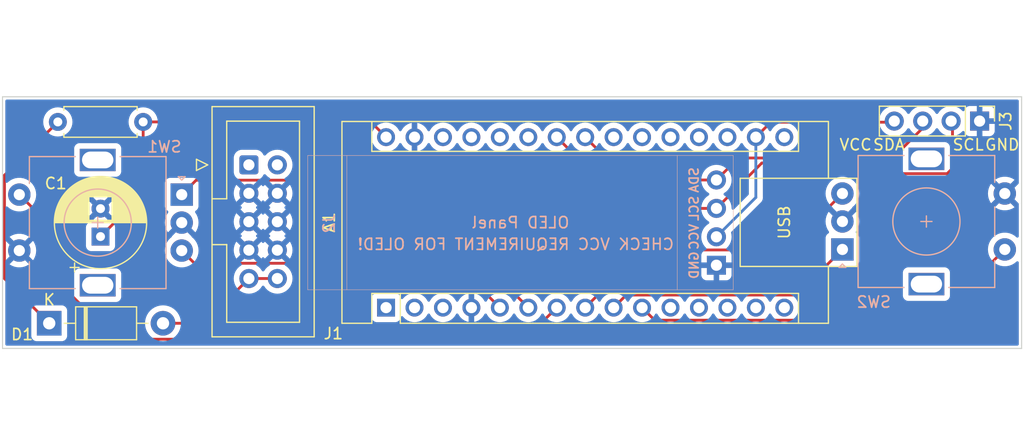
<source format=kicad_pcb>
(kicad_pcb (version 20221018) (generator pcbnew)
  (layers (0 "F.Cu" signal) (31 "B.Cu" signal) (34 "B.Paste" user) (35 "F.Paste" user) (36 "B.SilkS" user "B.Silkscreen") (37 "F.SilkS" user "F.Silkscreen") (38 "B.Mask" user) (39 "F.Mask" user) (44 "Edge.Cuts" user))
  (net 0 "")
  (net 4 "GND")
  (net 5 "Net-(A1-D2)")
  (net 6 "Net-(A1-D3)")
  (net 7 "Net-(A1-D4)")
  (net 8 "Net-(A1-D5)")
  (net 9 "Net-(A1-D6)")
  (net 10 "Net-(A1-D7)")
  (net 17 "Net-(A1-3V3)")
  (net 23 "Net-(A1-SDA{slash}A4)")
  (net 24 "Net-(A1-SCL{slash}A5)")
  (net 29 "Net-(A1-VIN)")
  (net 30 "Net-(D1-K)")
  (net 31 "Net-(D1-A)")
  (footprint "Diode_THT:D_DO-41_SOD81_P10.16mm_Horizontal" (layer "F.Cu") (at 24.32 43.875)
    (fp_text reference "D1" (at -2.42 1) (layer "F.SilkS"))
    (fp_text value "1N5817" hide)
    (fp_text user "K" (at 0 -2.1) (layer "F.SilkS"))
    (fp_line (start 1.34 0) (end 2.36 0) (stroke (width 0.12)) (layer "F.SilkS"))
    (fp_line (start 2.36 -1.47) (end 2.36 1.47) (stroke (width 0.12)) (layer "F.SilkS"))
    (fp_line (start 2.36 1.47) (end 7.8 1.47) (stroke (width 0.12)) (layer "F.SilkS"))
    (fp_line (start 3.14 -1.47) (end 3.14 1.47) (stroke (width 0.12)) (layer "F.SilkS"))
    (fp_line (start 3.26 -1.47) (end 3.26 1.47) (stroke (width 0.12)) (layer "F.SilkS"))
    (fp_line (start 3.38 -1.47) (end 3.38 1.47) (stroke (width 0.12)) (layer "F.SilkS"))
    (fp_line (start 7.8 -1.47) (end 2.36 -1.47) (stroke (width 0.12)) (layer "F.SilkS"))
    (fp_line (start 7.8 1.47) (end 7.8 -1.47) (stroke (width 0.12)) (layer "F.SilkS"))
    (fp_line (start 8.82 0) (end 7.8 0) (stroke (width 0.12)) (layer "F.SilkS"))
    (pad "1" thru_hole rect (at 0 0) (size 2.2 2.2) (drill 1.1) (layers "*.Cu" "*.Mask") (net 30 "Net-(D1-K)"))
    (pad "2" thru_hole oval (at 10.16 0) (size 2.2 2.2) (drill 1.1) (layers "*.Cu" "*.Mask") (net 31 "Net-(D1-A)"))
  )
  (footprint "Connector_PinHeader_2.54mm:PinHeader_1x04_P2.54mm_Vertical" (layer "F.Cu") (at 107.4 25.8 -90)
    (fp_text reference "J3" (at 0 -2.33 90) (layer "F.SilkS"))
    (fp_text value "I2C")
    (fp_line (start -1.33 -1.33) (end 0 -1.33) (stroke (width 0.12)) (layer "F.SilkS"))
    (fp_line (start -1.33 0) (end -1.33 -1.33) (stroke (width 0.12)) (layer "F.SilkS"))
    (fp_line (start -1.33 1.27) (end -1.33 8.95) (stroke (width 0.12)) (layer "F.SilkS"))
    (fp_line (start -1.33 1.27) (end 1.33 1.27) (stroke (width 0.12)) (layer "F.SilkS"))
    (fp_line (start -1.33 8.95) (end 1.33 8.95) (stroke (width 0.12)) (layer "F.SilkS"))
    (fp_line (start 1.33 1.27) (end 1.33 8.95) (stroke (width 0.12)) (layer "F.SilkS"))
    (pad "1" thru_hole rect (at 0 0 270) (size 1.7 1.7) (drill 1) (layers "*.Cu" "*.Mask") (net 4 "GND"))
    (pad "2" thru_hole oval (at 0 2.54 270) (size 1.7 1.7) (drill 1) (layers "*.Cu" "*.Mask") (net 24 "Net-(A1-SCL{slash}A5)"))
    (pad "3" thru_hole oval (at 0 5.08 270) (size 1.7 1.7) (drill 1) (layers "*.Cu" "*.Mask") (net 23 "Net-(A1-SDA{slash}A4)"))
    (pad "4" thru_hole oval (at 0 7.62 270) (size 1.7 1.7) (drill 1) (layers "*.Cu" "*.Mask") (net 17 "Net-(A1-3V3)"))
  )
  (footprint "Connector_IDC:IDC-Header_2x05_P2.54mm_Vertical" (layer "F.Cu") (at 42.15 29.715)
    (fp_text reference "J1" (at 7.54 15.08) (layer "F.SilkS"))
    (fp_text value "Conn_02x05_Odd_Even" hide)
    (fp_line (start -4.68 -0.5) (end -4.68 0.5) (stroke (width 0.12)) (layer "F.SilkS"))
    (fp_line (start -4.68 0.5) (end -3.68 0) (stroke (width 0.12)) (layer "F.SilkS"))
    (fp_line (start -3.68 0) (end -4.68 -0.5) (stroke (width 0.12)) (layer "F.SilkS"))
    (fp_line (start -3.29 -5.21) (end 5.83 -5.21) (stroke (width 0.12)) (layer "F.SilkS"))
    (fp_line (start -3.29 3.03) (end -1.98 3.03) (stroke (width 0.12)) (layer "F.SilkS"))
    (fp_line (start -3.29 15.37) (end -3.29 -5.21) (stroke (width 0.12)) (layer "F.SilkS"))
    (fp_line (start -1.98 -3.91) (end 4.52 -3.91) (stroke (width 0.12)) (layer "F.SilkS"))
    (fp_line (start -1.98 3.03) (end -1.98 -3.91) (stroke (width 0.12)) (layer "F.SilkS"))
    (fp_line (start -1.98 7.13) (end -3.29 7.13) (stroke (width 0.12)) (layer "F.SilkS"))
    (fp_line (start -1.98 7.13) (end -1.98 7.13) (stroke (width 0.12)) (layer "F.SilkS"))
    (fp_line (start -1.98 14.07) (end -1.98 7.13) (stroke (width 0.12)) (layer "F.SilkS"))
    (fp_line (start 4.52 -3.91) (end 4.52 14.07) (stroke (width 0.12)) (layer "F.SilkS"))
    (fp_line (start 4.52 14.07) (end -1.98 14.07) (stroke (width 0.12)) (layer "F.SilkS"))
    (fp_line (start 5.83 -5.21) (end 5.83 15.37) (stroke (width 0.12)) (layer "F.SilkS"))
    (fp_line (start 5.83 15.37) (end -3.29 15.37) (stroke (width 0.12)) (layer "F.SilkS"))
    (pad "1" thru_hole roundrect (at 0 0) (size 1.7 1.7) (drill 1) (layers "*.Cu" "*.Mask") (roundrect_rratio 0.147059))
    (pad "2" thru_hole circle (at 2.54 0) (size 1.7 1.7) (drill 1) (layers "*.Cu" "*.Mask"))
    (pad "3" thru_hole circle (at 0 2.54) (size 1.7 1.7) (drill 1) (layers "*.Cu" "*.Mask") (net 4 "GND"))
    (pad "4" thru_hole circle (at 2.54 2.54) (size 1.7 1.7) (drill 1) (layers "*.Cu" "*.Mask") (net 4 "GND"))
    (pad "5" thru_hole circle (at 0 5.08) (size 1.7 1.7) (drill 1) (layers "*.Cu" "*.Mask") (net 4 "GND"))
    (pad "6" thru_hole circle (at 2.54 5.08) (size 1.7 1.7) (drill 1) (layers "*.Cu" "*.Mask") (net 4 "GND"))
    (pad "7" thru_hole circle (at 0 7.62) (size 1.7 1.7) (drill 1) (layers "*.Cu" "*.Mask") (net 4 "GND"))
    (pad "8" thru_hole circle (at 2.54 7.62) (size 1.7 1.7) (drill 1) (layers "*.Cu" "*.Mask") (net 4 "GND"))
    (pad "9" thru_hole circle (at 0 10.16) (size 1.7 1.7) (drill 1) (layers "*.Cu" "*.Mask") (net 31 "Net-(D1-A)"))
    (pad "10" thru_hole circle (at 2.54 10.16) (size 1.7 1.7) (drill 1) (layers "*.Cu" "*.Mask") (net 31 "Net-(D1-A)"))
  )
  (footprint "Capacitor_THT:CP_Radial_D8.0mm_P2.50mm" (layer "F.Cu") (at 28.9 36.125 90)
    (fp_text reference "C1" (at 4.75 -4) (layer "F.SilkS"))
    (fp_text value "10uF" hide)
    (fp_line (start -3.159698 -2.315) (end -2.359698 -2.315) (stroke (width 0.12)) (layer "F.SilkS"))
    (fp_line (start -2.759698 -2.715) (end -2.759698 -1.915) (stroke (width 0.12)) (layer "F.SilkS"))
    (fp_line (start 1.25 -4.08) (end 1.25 4.08) (stroke (width 0.12)) (layer "F.SilkS"))
    (fp_line (start 1.29 -4.08) (end 1.29 4.08) (stroke (width 0.12)) (layer "F.SilkS"))
    (fp_line (start 1.33 -4.08) (end 1.33 4.08) (stroke (width 0.12)) (layer "F.SilkS"))
    (fp_line (start 1.37 -4.079) (end 1.37 4.079) (stroke (width 0.12)) (layer "F.SilkS"))
    (fp_line (start 1.41 -4.077) (end 1.41 4.077) (stroke (width 0.12)) (layer "F.SilkS"))
    (fp_line (start 1.45 -4.076) (end 1.45 4.076) (stroke (width 0.12)) (layer "F.SilkS"))
    (fp_line (start 1.49 -4.074) (end 1.49 -1.04) (stroke (width 0.12)) (layer "F.SilkS"))
    (fp_line (start 1.49 1.04) (end 1.49 4.074) (stroke (width 0.12)) (layer "F.SilkS"))
    (fp_line (start 1.53 -4.071) (end 1.53 -1.04) (stroke (width 0.12)) (layer "F.SilkS"))
    (fp_line (start 1.53 1.04) (end 1.53 4.071) (stroke (width 0.12)) (layer "F.SilkS"))
    (fp_line (start 1.57 -4.068) (end 1.57 -1.04) (stroke (width 0.12)) (layer "F.SilkS"))
    (fp_line (start 1.57 1.04) (end 1.57 4.068) (stroke (width 0.12)) (layer "F.SilkS"))
    (fp_line (start 1.61 -4.065) (end 1.61 -1.04) (stroke (width 0.12)) (layer "F.SilkS"))
    (fp_line (start 1.61 1.04) (end 1.61 4.065) (stroke (width 0.12)) (layer "F.SilkS"))
    (fp_line (start 1.65 -4.061) (end 1.65 -1.04) (stroke (width 0.12)) (layer "F.SilkS"))
    (fp_line (start 1.65 1.04) (end 1.65 4.061) (stroke (width 0.12)) (layer "F.SilkS"))
    (fp_line (start 1.69 -4.057) (end 1.69 -1.04) (stroke (width 0.12)) (layer "F.SilkS"))
    (fp_line (start 1.69 1.04) (end 1.69 4.057) (stroke (width 0.12)) (layer "F.SilkS"))
    (fp_line (start 1.73 -4.052) (end 1.73 -1.04) (stroke (width 0.12)) (layer "F.SilkS"))
    (fp_line (start 1.73 1.04) (end 1.73 4.052) (stroke (width 0.12)) (layer "F.SilkS"))
    (fp_line (start 1.77 -4.048) (end 1.77 -1.04) (stroke (width 0.12)) (layer "F.SilkS"))
    (fp_line (start 1.77 1.04) (end 1.77 4.048) (stroke (width 0.12)) (layer "F.SilkS"))
    (fp_line (start 1.81 -4.042) (end 1.81 -1.04) (stroke (width 0.12)) (layer "F.SilkS"))
    (fp_line (start 1.81 1.04) (end 1.81 4.042) (stroke (width 0.12)) (layer "F.SilkS"))
    (fp_line (start 1.85 -4.037) (end 1.85 -1.04) (stroke (width 0.12)) (layer "F.SilkS"))
    (fp_line (start 1.85 1.04) (end 1.85 4.037) (stroke (width 0.12)) (layer "F.SilkS"))
    (fp_line (start 1.89 -4.03) (end 1.89 -1.04) (stroke (width 0.12)) (layer "F.SilkS"))
    (fp_line (start 1.89 1.04) (end 1.89 4.03) (stroke (width 0.12)) (layer "F.SilkS"))
    (fp_line (start 1.93 -4.024) (end 1.93 -1.04) (stroke (width 0.12)) (layer "F.SilkS"))
    (fp_line (start 1.93 1.04) (end 1.93 4.024) (stroke (width 0.12)) (layer "F.SilkS"))
    (fp_line (start 1.971 -4.017) (end 1.971 -1.04) (stroke (width 0.12)) (layer "F.SilkS"))
    (fp_line (start 1.971 1.04) (end 1.971 4.017) (stroke (width 0.12)) (layer "F.SilkS"))
    (fp_line (start 2.011 -4.01) (end 2.011 -1.04) (stroke (width 0.12)) (layer "F.SilkS"))
    (fp_line (start 2.011 1.04) (end 2.011 4.01) (stroke (width 0.12)) (layer "F.SilkS"))
    (fp_line (start 2.051 -4.002) (end 2.051 -1.04) (stroke (width 0.12)) (layer "F.SilkS"))
    (fp_line (start 2.051 1.04) (end 2.051 4.002) (stroke (width 0.12)) (layer "F.SilkS"))
    (fp_line (start 2.091 -3.994) (end 2.091 -1.04) (stroke (width 0.12)) (layer "F.SilkS"))
    (fp_line (start 2.091 1.04) (end 2.091 3.994) (stroke (width 0.12)) (layer "F.SilkS"))
    (fp_line (start 2.131 -3.985) (end 2.131 -1.04) (stroke (width 0.12)) (layer "F.SilkS"))
    (fp_line (start 2.131 1.04) (end 2.131 3.985) (stroke (width 0.12)) (layer "F.SilkS"))
    (fp_line (start 2.171 -3.976) (end 2.171 -1.04) (stroke (width 0.12)) (layer "F.SilkS"))
    (fp_line (start 2.171 1.04) (end 2.171 3.976) (stroke (width 0.12)) (layer "F.SilkS"))
    (fp_line (start 2.211 -3.967) (end 2.211 -1.04) (stroke (width 0.12)) (layer "F.SilkS"))
    (fp_line (start 2.211 1.04) (end 2.211 3.967) (stroke (width 0.12)) (layer "F.SilkS"))
    (fp_line (start 2.251 -3.957) (end 2.251 -1.04) (stroke (width 0.12)) (layer "F.SilkS"))
    (fp_line (start 2.251 1.04) (end 2.251 3.957) (stroke (width 0.12)) (layer "F.SilkS"))
    (fp_line (start 2.291 -3.947) (end 2.291 -1.04) (stroke (width 0.12)) (layer "F.SilkS"))
    (fp_line (start 2.291 1.04) (end 2.291 3.947) (stroke (width 0.12)) (layer "F.SilkS"))
    (fp_line (start 2.331 -3.936) (end 2.331 -1.04) (stroke (width 0.12)) (layer "F.SilkS"))
    (fp_line (start 2.331 1.04) (end 2.331 3.936) (stroke (width 0.12)) (layer "F.SilkS"))
    (fp_line (start 2.371 -3.925) (end 2.371 -1.04) (stroke (width 0.12)) (layer "F.SilkS"))
    (fp_line (start 2.371 1.04) (end 2.371 3.925) (stroke (width 0.12)) (layer "F.SilkS"))
    (fp_line (start 2.411 -3.914) (end 2.411 -1.04) (stroke (width 0.12)) (layer "F.SilkS"))
    (fp_line (start 2.411 1.04) (end 2.411 3.914) (stroke (width 0.12)) (layer "F.SilkS"))
    (fp_line (start 2.451 -3.902) (end 2.451 -1.04) (stroke (width 0.12)) (layer "F.SilkS"))
    (fp_line (start 2.451 1.04) (end 2.451 3.902) (stroke (width 0.12)) (layer "F.SilkS"))
    (fp_line (start 2.491 -3.889) (end 2.491 -1.04) (stroke (width 0.12)) (layer "F.SilkS"))
    (fp_line (start 2.491 1.04) (end 2.491 3.889) (stroke (width 0.12)) (layer "F.SilkS"))
    (fp_line (start 2.531 -3.877) (end 2.531 -1.04) (stroke (width 0.12)) (layer "F.SilkS"))
    (fp_line (start 2.531 1.04) (end 2.531 3.877) (stroke (width 0.12)) (layer "F.SilkS"))
    (fp_line (start 2.571 -3.863) (end 2.571 -1.04) (stroke (width 0.12)) (layer "F.SilkS"))
    (fp_line (start 2.571 1.04) (end 2.571 3.863) (stroke (width 0.12)) (layer "F.SilkS"))
    (fp_line (start 2.611 -3.85) (end 2.611 -1.04) (stroke (width 0.12)) (layer "F.SilkS"))
    (fp_line (start 2.611 1.04) (end 2.611 3.85) (stroke (width 0.12)) (layer "F.SilkS"))
    (fp_line (start 2.651 -3.835) (end 2.651 -1.04) (stroke (width 0.12)) (layer "F.SilkS"))
    (fp_line (start 2.651 1.04) (end 2.651 3.835) (stroke (width 0.12)) (layer "F.SilkS"))
    (fp_line (start 2.691 -3.821) (end 2.691 -1.04) (stroke (width 0.12)) (layer "F.SilkS"))
    (fp_line (start 2.691 1.04) (end 2.691 3.821) (stroke (width 0.12)) (layer "F.SilkS"))
    (fp_line (start 2.731 -3.805) (end 2.731 -1.04) (stroke (width 0.12)) (layer "F.SilkS"))
    (fp_line (start 2.731 1.04) (end 2.731 3.805) (stroke (width 0.12)) (layer "F.SilkS"))
    (fp_line (start 2.771 -3.79) (end 2.771 -1.04) (stroke (width 0.12)) (layer "F.SilkS"))
    (fp_line (start 2.771 1.04) (end 2.771 3.79) (stroke (width 0.12)) (layer "F.SilkS"))
    (fp_line (start 2.811 -3.774) (end 2.811 -1.04) (stroke (width 0.12)) (layer "F.SilkS"))
    (fp_line (start 2.811 1.04) (end 2.811 3.774) (stroke (width 0.12)) (layer "F.SilkS"))
    (fp_line (start 2.851 -3.757) (end 2.851 -1.04) (stroke (width 0.12)) (layer "F.SilkS"))
    (fp_line (start 2.851 1.04) (end 2.851 3.757) (stroke (width 0.12)) (layer "F.SilkS"))
    (fp_line (start 2.891 -3.74) (end 2.891 -1.04) (stroke (width 0.12)) (layer "F.SilkS"))
    (fp_line (start 2.891 1.04) (end 2.891 3.74) (stroke (width 0.12)) (layer "F.SilkS"))
    (fp_line (start 2.931 -3.722) (end 2.931 -1.04) (stroke (width 0.12)) (layer "F.SilkS"))
    (fp_line (start 2.931 1.04) (end 2.931 3.722) (stroke (width 0.12)) (layer "F.SilkS"))
    (fp_line (start 2.971 -3.704) (end 2.971 -1.04) (stroke (width 0.12)) (layer "F.SilkS"))
    (fp_line (start 2.971 1.04) (end 2.971 3.704) (stroke (width 0.12)) (layer "F.SilkS"))
    (fp_line (start 3.011 -3.686) (end 3.011 -1.04) (stroke (width 0.12)) (layer "F.SilkS"))
    (fp_line (start 3.011 1.04) (end 3.011 3.686) (stroke (width 0.12)) (layer "F.SilkS"))
    (fp_line (start 3.051 -3.666) (end 3.051 -1.04) (stroke (width 0.12)) (layer "F.SilkS"))
    (fp_line (start 3.051 1.04) (end 3.051 3.666) (stroke (width 0.12)) (layer "F.SilkS"))
    (fp_line (start 3.091 -3.647) (end 3.091 -1.04) (stroke (width 0.12)) (layer "F.SilkS"))
    (fp_line (start 3.091 1.04) (end 3.091 3.647) (stroke (width 0.12)) (layer "F.SilkS"))
    (fp_line (start 3.131 -3.627) (end 3.131 -1.04) (stroke (width 0.12)) (layer "F.SilkS"))
    (fp_line (start 3.131 1.04) (end 3.131 3.627) (stroke (width 0.12)) (layer "F.SilkS"))
    (fp_line (start 3.171 -3.606) (end 3.171 -1.04) (stroke (width 0.12)) (layer "F.SilkS"))
    (fp_line (start 3.171 1.04) (end 3.171 3.606) (stroke (width 0.12)) (layer "F.SilkS"))
    (fp_line (start 3.211 -3.584) (end 3.211 -1.04) (stroke (width 0.12)) (layer "F.SilkS"))
    (fp_line (start 3.211 1.04) (end 3.211 3.584) (stroke (width 0.12)) (layer "F.SilkS"))
    (fp_line (start 3.251 -3.562) (end 3.251 -1.04) (stroke (width 0.12)) (layer "F.SilkS"))
    (fp_line (start 3.251 1.04) (end 3.251 3.562) (stroke (width 0.12)) (layer "F.SilkS"))
    (fp_line (start 3.291 -3.54) (end 3.291 -1.04) (stroke (width 0.12)) (layer "F.SilkS"))
    (fp_line (start 3.291 1.04) (end 3.291 3.54) (stroke (width 0.12)) (layer "F.SilkS"))
    (fp_line (start 3.331 -3.517) (end 3.331 -1.04) (stroke (width 0.12)) (layer "F.SilkS"))
    (fp_line (start 3.331 1.04) (end 3.331 3.517) (stroke (width 0.12)) (layer "F.SilkS"))
    (fp_line (start 3.371 -3.493) (end 3.371 -1.04) (stroke (width 0.12)) (layer "F.SilkS"))
    (fp_line (start 3.371 1.04) (end 3.371 3.493) (stroke (width 0.12)) (layer "F.SilkS"))
    (fp_line (start 3.411 -3.469) (end 3.411 -1.04) (stroke (width 0.12)) (layer "F.SilkS"))
    (fp_line (start 3.411 1.04) (end 3.411 3.469) (stroke (width 0.12)) (layer "F.SilkS"))
    (fp_line (start 3.451 -3.444) (end 3.451 -1.04) (stroke (width 0.12)) (layer "F.SilkS"))
    (fp_line (start 3.451 1.04) (end 3.451 3.444) (stroke (width 0.12)) (layer "F.SilkS"))
    (fp_line (start 3.491 -3.418) (end 3.491 -1.04) (stroke (width 0.12)) (layer "F.SilkS"))
    (fp_line (start 3.491 1.04) (end 3.491 3.418) (stroke (width 0.12)) (layer "F.SilkS"))
    (fp_line (start 3.531 -3.392) (end 3.531 -1.04) (stroke (width 0.12)) (layer "F.SilkS"))
    (fp_line (start 3.531 1.04) (end 3.531 3.392) (stroke (width 0.12)) (layer "F.SilkS"))
    (fp_line (start 3.571 -3.365) (end 3.571 3.365) (stroke (width 0.12)) (layer "F.SilkS"))
    (fp_line (start 3.611 -3.338) (end 3.611 3.338) (stroke (width 0.12)) (layer "F.SilkS"))
    (fp_line (start 3.651 -3.309) (end 3.651 3.309) (stroke (width 0.12)) (layer "F.SilkS"))
    (fp_line (start 3.691 -3.28) (end 3.691 3.28) (stroke (width 0.12)) (layer "F.SilkS"))
    (fp_line (start 3.731 -3.25) (end 3.731 3.25) (stroke (width 0.12)) (layer "F.SilkS"))
    (fp_line (start 3.771 -3.22) (end 3.771 3.22) (stroke (width 0.12)) (layer "F.SilkS"))
    (fp_line (start 3.811 -3.189) (end 3.811 3.189) (stroke (width 0.12)) (layer "F.SilkS"))
    (fp_line (start 3.851 -3.156) (end 3.851 3.156) (stroke (width 0.12)) (layer "F.SilkS"))
    (fp_line (start 3.891 -3.124) (end 3.891 3.124) (stroke (width 0.12)) (layer "F.SilkS"))
    (fp_line (start 3.931 -3.09) (end 3.931 3.09) (stroke (width 0.12)) (layer "F.SilkS"))
    (fp_line (start 3.971 -3.055) (end 3.971 3.055) (stroke (width 0.12)) (layer "F.SilkS"))
    (fp_line (start 4.011 -3.019) (end 4.011 3.019) (stroke (width 0.12)) (layer "F.SilkS"))
    (fp_line (start 4.051 -2.983) (end 4.051 2.983) (stroke (width 0.12)) (layer "F.SilkS"))
    (fp_line (start 4.091 -2.945) (end 4.091 2.945) (stroke (width 0.12)) (layer "F.SilkS"))
    (fp_line (start 4.131 -2.907) (end 4.131 2.907) (stroke (width 0.12)) (layer "F.SilkS"))
    (fp_line (start 4.171 -2.867) (end 4.171 2.867) (stroke (width 0.12)) (layer "F.SilkS"))
    (fp_line (start 4.211 -2.826) (end 4.211 2.826) (stroke (width 0.12)) (layer "F.SilkS"))
    (fp_line (start 4.251 -2.784) (end 4.251 2.784) (stroke (width 0.12)) (layer "F.SilkS"))
    (fp_line (start 4.291 -2.741) (end 4.291 2.741) (stroke (width 0.12)) (layer "F.SilkS"))
    (fp_line (start 4.331 -2.697) (end 4.331 2.697) (stroke (width 0.12)) (layer "F.SilkS"))
    (fp_line (start 4.371 -2.651) (end 4.371 2.651) (stroke (width 0.12)) (layer "F.SilkS"))
    (fp_line (start 4.411 -2.604) (end 4.411 2.604) (stroke (width 0.12)) (layer "F.SilkS"))
    (fp_line (start 4.451 -2.556) (end 4.451 2.556) (stroke (width 0.12)) (layer "F.SilkS"))
    (fp_line (start 4.491 -2.505) (end 4.491 2.505) (stroke (width 0.12)) (layer "F.SilkS"))
    (fp_line (start 4.531 -2.454) (end 4.531 2.454) (stroke (width 0.12)) (layer "F.SilkS"))
    (fp_line (start 4.571 -2.4) (end 4.571 2.4) (stroke (width 0.12)) (layer "F.SilkS"))
    (fp_line (start 4.611 -2.345) (end 4.611 2.345) (stroke (width 0.12)) (layer "F.SilkS"))
    (fp_line (start 4.651 -2.287) (end 4.651 2.287) (stroke (width 0.12)) (layer "F.SilkS"))
    (fp_line (start 4.691 -2.228) (end 4.691 2.228) (stroke (width 0.12)) (layer "F.SilkS"))
    (fp_line (start 4.731 -2.166) (end 4.731 2.166) (stroke (width 0.12)) (layer "F.SilkS"))
    (fp_line (start 4.771 -2.102) (end 4.771 2.102) (stroke (width 0.12)) (layer "F.SilkS"))
    (fp_line (start 4.811 -2.034) (end 4.811 2.034) (stroke (width 0.12)) (layer "F.SilkS"))
    (fp_line (start 4.851 -1.964) (end 4.851 1.964) (stroke (width 0.12)) (layer "F.SilkS"))
    (fp_line (start 4.891 -1.89) (end 4.891 1.89) (stroke (width 0.12)) (layer "F.SilkS"))
    (fp_line (start 4.931 -1.813) (end 4.931 1.813) (stroke (width 0.12)) (layer "F.SilkS"))
    (fp_line (start 4.971 -1.731) (end 4.971 1.731) (stroke (width 0.12)) (layer "F.SilkS"))
    (fp_line (start 5.011 -1.645) (end 5.011 1.645) (stroke (width 0.12)) (layer "F.SilkS"))
    (fp_line (start 5.051 -1.552) (end 5.051 1.552) (stroke (width 0.12)) (layer "F.SilkS"))
    (fp_line (start 5.091 -1.453) (end 5.091 1.453) (stroke (width 0.12)) (layer "F.SilkS"))
    (fp_line (start 5.131 -1.346) (end 5.131 1.346) (stroke (width 0.12)) (layer "F.SilkS"))
    (fp_line (start 5.171 -1.229) (end 5.171 1.229) (stroke (width 0.12)) (layer "F.SilkS"))
    (fp_line (start 5.211 -1.098) (end 5.211 1.098) (stroke (width 0.12)) (layer "F.SilkS"))
    (fp_line (start 5.251 -0.948) (end 5.251 0.948) (stroke (width 0.12)) (layer "F.SilkS"))
    (fp_line (start 5.291 -0.768) (end 5.291 0.768) (stroke (width 0.12)) (layer "F.SilkS"))
    (fp_line (start 5.331 -0.533) (end 5.331 0.533) (stroke (width 0.12)) (layer "F.SilkS"))
    (fp_circle (center 1.25 0) (end 5.37 0) (stroke (width 0.12)) (fill none) (layer "F.SilkS"))
    (pad "1" thru_hole rect (at 0 0 90) (size 1.6 1.6) (drill 0.8) (layers "*.Cu" "*.Mask") (net 29 "Net-(A1-VIN)"))
    (pad "2" thru_hole circle (at 2.5 0 90) (size 1.6 1.6) (drill 0.8) (layers "*.Cu" "*.Mask") (net 4 "GND"))
  )
  (footprint "Resistor_THT:R_Axial_DIN0207_L6.3mm_D2.5mm_P7.62mm_Horizontal" (layer "F.Cu") (at 25.09 25.875)
    (fp_text reference "FB1" hide)
    (fp_text value "Bead")
    (fp_line (start 0.54 -1.37) (end 7.08 -1.37) (stroke (width 0.12)) (layer "F.SilkS"))
    (fp_line (start 0.54 -1.04) (end 0.54 -1.37) (stroke (width 0.12)) (layer "F.SilkS"))
    (fp_line (start 0.54 1.04) (end 0.54 1.37) (stroke (width 0.12)) (layer "F.SilkS"))
    (fp_line (start 0.54 1.37) (end 7.08 1.37) (stroke (width 0.12)) (layer "F.SilkS"))
    (fp_line (start 7.08 -1.37) (end 7.08 -1.04) (stroke (width 0.12)) (layer "F.SilkS"))
    (fp_line (start 7.08 1.37) (end 7.08 1.04) (stroke (width 0.12)) (layer "F.SilkS"))
    (pad "1" thru_hole circle (at 0 0) (size 1.6 1.6) (drill 0.8) (layers "*.Cu" "*.Mask") (net 30 "Net-(D1-K)"))
    (pad "2" thru_hole oval (at 7.62 0) (size 1.6 1.6) (drill 0.8) (layers "*.Cu" "*.Mask") (net 29 "Net-(A1-VIN)"))
  )
  (footprint "Module:Arduino_Nano" (layer "F.Cu") (at 54.4 42.475 90)
    (fp_text reference "A1" (at 7.62 -5.08 90) (layer "F.SilkS"))
    (fp_text value "Arduino_Nano_Every")
    (fp_text user "USB" (at 7.62 35.56 90 unlocked) (layer "F.SilkS"))
    (fp_line (start -1.4 -3.94) (end -1.4 -1.27) (stroke (width 0.12)) (layer "F.SilkS"))
    (fp_line (start -1.4 1.27) (end -1.4 39.5) (stroke (width 0.12)) (layer "F.SilkS"))
    (fp_line (start -1.4 39.5) (end 3.68 39.5) (stroke (width 0.12)) (layer "F.SilkS"))
    (fp_line (start 1.27 -1.27) (end -1.4 -1.27) (stroke (width 0.12)) (layer "F.SilkS"))
    (fp_line (start 1.27 1.27) (end -1.4 1.27) (stroke (width 0.12)) (layer "F.SilkS"))
    (fp_line (start 1.27 1.27) (end 1.27 -1.27) (stroke (width 0.12)) (layer "F.SilkS"))
    (fp_line (start 1.27 1.27) (end 1.27 36.83) (stroke (width 0.12)) (layer "F.SilkS"))
    (fp_line (start 1.27 36.83) (end -1.4 36.83) (stroke (width 0.12)) (layer "F.SilkS"))
    (fp_line (start 3.68 31.62) (end 11.56 31.62) (stroke (width 0.12)) (layer "F.SilkS"))
    (fp_line (start 3.68 42.04) (end 3.68 31.62) (stroke (width 0.12)) (layer "F.SilkS"))
    (fp_line (start 11.56 31.62) (end 11.56 42.04) (stroke (width 0.12)) (layer "F.SilkS"))
    (fp_line (start 11.56 42.04) (end 3.68 42.04) (stroke (width 0.12)) (layer "F.SilkS"))
    (fp_line (start 13.97 -1.27) (end 13.97 36.83) (stroke (width 0.12)) (layer "F.SilkS"))
    (fp_line (start 13.97 -1.27) (end 16.64 -1.27) (stroke (width 0.12)) (layer "F.SilkS"))
    (fp_line (start 13.97 36.83) (end 16.64 36.83) (stroke (width 0.12)) (layer "F.SilkS"))
    (fp_line (start 16.64 -3.94) (end -1.4 -3.94) (stroke (width 0.12)) (layer "F.SilkS"))
    (fp_line (start 16.64 39.5) (end 11.56 39.5) (stroke (width 0.12)) (layer "F.SilkS"))
    (fp_line (start 16.64 39.5) (end 16.64 -3.94) (stroke (width 0.12)) (layer "F.SilkS"))
    (pad "1" thru_hole rect (at 0 0 90) (size 1.6 1.6) (drill 1) (layers "*.Cu" "*.Mask"))
    (pad "2" thru_hole oval (at 0 2.54 90) (size 1.6 1.6) (drill 1) (layers "*.Cu" "*.Mask"))
    (pad "3" thru_hole oval (at 0 5.08 90) (size 1.6 1.6) (drill 1) (layers "*.Cu" "*.Mask"))
    (pad "4" thru_hole oval (at 0 7.62 90) (size 1.6 1.6) (drill 1) (layers "*.Cu" "*.Mask") (net 4 "GND"))
    (pad "5" thru_hole oval (at 0 10.16 90) (size 1.6 1.6) (drill 1) (layers "*.Cu" "*.Mask") (net 5 "Net-(A1-D2)"))
    (pad "6" thru_hole oval (at 0 12.7 90) (size 1.6 1.6) (drill 1) (layers "*.Cu" "*.Mask") (net 6 "Net-(A1-D3)"))
    (pad "7" thru_hole oval (at 0 15.24 90) (size 1.6 1.6) (drill 1) (layers "*.Cu" "*.Mask") (net 7 "Net-(A1-D4)"))
    (pad "8" thru_hole oval (at 0 17.78 90) (size 1.6 1.6) (drill 1) (layers "*.Cu" "*.Mask") (net 8 "Net-(A1-D5)"))
    (pad "9" thru_hole oval (at 0 20.32 90) (size 1.6 1.6) (drill 1) (layers "*.Cu" "*.Mask") (net 9 "Net-(A1-D6)"))
    (pad "10" thru_hole oval (at 0 22.86 90) (size 1.6 1.6) (drill 1) (layers "*.Cu" "*.Mask") (net 10 "Net-(A1-D7)"))
    (pad "11" thru_hole oval (at 0 25.4 90) (size 1.6 1.6) (drill 1) (layers "*.Cu" "*.Mask"))
    (pad "12" thru_hole oval (at 0 27.94 90) (size 1.6 1.6) (drill 1) (layers "*.Cu" "*.Mask"))
    (pad "13" thru_hole oval (at 0 30.48 90) (size 1.6 1.6) (drill 1) (layers "*.Cu" "*.Mask"))
    (pad "14" thru_hole oval (at 0 33.02 90) (size 1.6 1.6) (drill 1) (layers "*.Cu" "*.Mask"))
    (pad "15" thru_hole oval (at 0 35.56 90) (size 1.6 1.6) (drill 1) (layers "*.Cu" "*.Mask"))
    (pad "16" thru_hole oval (at 15.24 35.56 90) (size 1.6 1.6) (drill 1) (layers "*.Cu" "*.Mask"))
    (pad "17" thru_hole oval (at 15.24 33.02 90) (size 1.6 1.6) (drill 1) (layers "*.Cu" "*.Mask") (net 17 "Net-(A1-3V3)"))
    (pad "18" thru_hole oval (at 15.24 30.48 90) (size 1.6 1.6) (drill 1) (layers "*.Cu" "*.Mask"))
    (pad "19" thru_hole oval (at 15.24 27.94 90) (size 1.6 1.6) (drill 1) (layers "*.Cu" "*.Mask"))
    (pad "20" thru_hole oval (at 15.24 25.4 90) (size 1.6 1.6) (drill 1) (layers "*.Cu" "*.Mask"))
    (pad "21" thru_hole oval (at 15.24 22.86 90) (size 1.6 1.6) (drill 1) (layers "*.Cu" "*.Mask"))
    (pad "22" thru_hole oval (at 15.24 20.32 90) (size 1.6 1.6) (drill 1) (layers "*.Cu" "*.Mask"))
    (pad "23" thru_hole oval (at 15.24 17.78 90) (size 1.6 1.6) (drill 1) (layers "*.Cu" "*.Mask") (net 23 "Net-(A1-SDA{slash}A4)"))
    (pad "24" thru_hole oval (at 15.24 15.24 90) (size 1.6 1.6) (drill 1) (layers "*.Cu" "*.Mask") (net 24 "Net-(A1-SCL{slash}A5)"))
    (pad "25" thru_hole oval (at 15.24 12.7 90) (size 1.6 1.6) (drill 1) (layers "*.Cu" "*.Mask"))
    (pad "26" thru_hole oval (at 15.24 10.16 90) (size 1.6 1.6) (drill 1) (layers "*.Cu" "*.Mask"))
    (pad "27" thru_hole oval (at 15.24 7.62 90) (size 1.6 1.6) (drill 1) (layers "*.Cu" "*.Mask"))
    (pad "28" thru_hole oval (at 15.24 5.08 90) (size 1.6 1.6) (drill 1) (layers "*.Cu" "*.Mask"))
    (pad "29" thru_hole oval (at 15.24 2.54 90) (size 1.6 1.6) (drill 1) (layers "*.Cu" "*.Mask") (net 4 "GND"))
    (pad "30" thru_hole oval (at 15.24 0 90) (size 1.6 1.6) (drill 1) (layers "*.Cu" "*.Mask") (net 29 "Net-(A1-VIN)"))
  )
  (footprint "Audiojacks:SSD1306-0.91-OLED-4pin-128x32" (layer "B.Cu") (at 47.4 40.875)
    (fp_text reference "J2" (at 1.9 -5.91 90) (layer "B.SilkS") (effects (justify mirror)))
    (fp_text value "OLED")
    (fp_text user "SDA" (at 34.5 -9.81 90) (layer "B.SilkS") (effects (font (size 0.8 0.8)) (justify mirror)))
    (fp_text user "OLED Panel" (at 19 -6) (layer "B.SilkS") (effects (justify mirror)))
    (fp_text user "VCC" (at 34.5 -4.73 90) (layer "B.SilkS") (effects (font (size 0.8 0.8)) (justify mirror)))
    (fp_text user "SCL" (at 34.5 -7.27 90) (layer "B.SilkS") (effects (font (size 0.8 0.8)) (justify mirror)))
    (fp_text user "GND" (at 34.5 -2.19 90) (layer "B.SilkS") (effects (font (size 0.8 0.8)) (justify mirror)))
    (fp_line (start 0 -12) (end 38 -12) (stroke (width 0.04)) (layer "B.SilkS"))
    (fp_line (start 0 0) (end 0 -12) (stroke (width 0.04)) (layer "B.SilkS"))
    (fp_line (start 3.5 0) (end 3.5 -12) (stroke (width 0.04)) (layer "B.SilkS"))
    (fp_line (start 33 0) (end 33 -12) (stroke (width 0.04)) (layer "B.SilkS"))
    (fp_line (start 38 -12) (end 38 0) (stroke (width 0.04)) (layer "B.SilkS"))
    (fp_line (start 38 0) (end 0 0) (stroke (width 0.04)) (layer "B.SilkS"))
    (pad "1" thru_hole rect (at 36.5 -2.19) (size 1.7 1.7) (drill 1) (layers "*.Cu" "*.Mask") (net 4 "GND"))
    (pad "2" thru_hole oval (at 36.5 -4.73) (size 1.7 1.7) (drill 1) (layers "*.Cu" "*.Mask") (net 17 "Net-(A1-3V3)"))
    (pad "3" thru_hole oval (at 36.5 -7.27) (size 1.7 1.7) (drill 1) (layers "*.Cu" "*.Mask") (net 24 "Net-(A1-SCL{slash}A5)"))
    (pad "4" thru_hole oval (at 36.5 -9.81) (size 1.7 1.7) (drill 1) (layers "*.Cu" "*.Mask") (net 23 "Net-(A1-SDA{slash}A4)"))
  )
  (footprint "Rotary_Encoder:RotaryEncoder_Alps_EC11E-Switch_Vertical_H20mm" (layer "B.Cu") (at 36.15 32.375 180)
    (fp_text reference "SW1" (at 1.55 4.275) (layer "B.SilkS") (effects (justify mirror)))
    (fp_text value "Right_encoder")
    (fp_line (start -0.3 1.6) (end 0.3 1.6) (stroke (width 0.12)) (layer "B.SilkS"))
    (fp_line (start 0 1.3) (end -0.3 1.6) (stroke (width 0.12)) (layer "B.SilkS"))
    (fp_line (start 0.3 1.6) (end 0 1.3) (stroke (width 0.12)) (layer "B.SilkS"))
    (fp_line (start 1.4 3.4) (end 1.4 -8.4) (stroke (width 0.12)) (layer "B.SilkS"))
    (fp_line (start 5.5 -8.4) (end 1.4 -8.4) (stroke (width 0.12)) (layer "B.SilkS"))
    (fp_line (start 5.5 3.4) (end 1.4 3.4) (stroke (width 0.12)) (layer "B.SilkS"))
    (fp_line (start 7 -2.5) (end 8 -2.5) (stroke (width 0.12)) (layer "B.SilkS"))
    (fp_line (start 7.5 -2) (end 7.5 -3) (stroke (width 0.12)) (layer "B.SilkS"))
    (fp_line (start 9.5 3.4) (end 13.6 3.4) (stroke (width 0.12)) (layer "B.SilkS"))
    (fp_line (start 13.6 -8.4) (end 9.5 -8.4) (stroke (width 0.12)) (layer "B.SilkS"))
    (fp_line (start 13.6 -6) (end 13.6 -8.4) (stroke (width 0.12)) (layer "B.SilkS"))
    (fp_line (start 13.6 -1.2) (end 13.6 -3.8) (stroke (width 0.12)) (layer "B.SilkS"))
    (fp_line (start 13.6 3.4) (end 13.6 1) (stroke (width 0.12)) (layer "B.SilkS"))
    (fp_circle (center 7.5 -2.5) (end 10.5 -2.5) (stroke (width 0.12)) (fill none) (layer "B.SilkS"))
    (pad "A" thru_hole rect (at 0 0 180) (size 2 2) (drill 1) (layers "*.Cu" "*.Mask") (net 6 "Net-(A1-D3)"))
    (pad "B" thru_hole circle (at 0 -5 180) (size 2 2) (drill 1) (layers "*.Cu" "*.Mask") (net 5 "Net-(A1-D2)"))
    (pad "C" thru_hole circle (at 0 -2.5 180) (size 2 2) (drill 1) (layers "*.Cu" "*.Mask") (net 4 "GND"))
    (pad "MP" thru_hole rect (at 7.5 -8.1 180) (size 3.2 2) (drill oval 2.8 1.5) (layers "*.Cu" "*.Mask"))
    (pad "MP" thru_hole rect (at 7.5 3.1 180) (size 3.2 2) (drill oval 2.8 1.5) (layers "*.Cu" "*.Mask"))
    (pad "S1" thru_hole circle (at 14.5 -5 180) (size 2 2) (drill 1) (layers "*.Cu" "*.Mask") (net 4 "GND"))
    (pad "S2" thru_hole circle (at 14.5 0 180) (size 2 2) (drill 1) (layers "*.Cu" "*.Mask") (net 7 "Net-(A1-D4)"))
  )
  (footprint "Rotary_Encoder:RotaryEncoder_Alps_EC11E-Switch_Vertical_H20mm" (layer "B.Cu") (at 95.15 37.275)
    (fp_text reference "SW2" (at 2.8 4.7) (layer "B.SilkS") (effects (justify mirror)))
    (fp_text value "Left_encoder")
    (fp_line (start -0.3 1.6) (end 0.3 1.6) (stroke (width 0.12)) (layer "B.SilkS"))
    (fp_line (start 0 1.3) (end -0.3 1.6) (stroke (width 0.12)) (layer "B.SilkS"))
    (fp_line (start 0.3 1.6) (end 0 1.3) (stroke (width 0.12)) (layer "B.SilkS"))
    (fp_line (start 1.4 3.4) (end 1.4 -8.4) (stroke (width 0.12)) (layer "B.SilkS"))
    (fp_line (start 5.5 -8.4) (end 1.4 -8.4) (stroke (width 0.12)) (layer "B.SilkS"))
    (fp_line (start 5.5 3.4) (end 1.4 3.4) (stroke (width 0.12)) (layer "B.SilkS"))
    (fp_line (start 7 -2.5) (end 8 -2.5) (stroke (width 0.12)) (layer "B.SilkS"))
    (fp_line (start 7.5 -2) (end 7.5 -3) (stroke (width 0.12)) (layer "B.SilkS"))
    (fp_line (start 9.5 3.4) (end 13.6 3.4) (stroke (width 0.12)) (layer "B.SilkS"))
    (fp_line (start 13.6 -8.4) (end 9.5 -8.4) (stroke (width 0.12)) (layer "B.SilkS"))
    (fp_line (start 13.6 -6) (end 13.6 -8.4) (stroke (width 0.12)) (layer "B.SilkS"))
    (fp_line (start 13.6 -1.2) (end 13.6 -3.8) (stroke (width 0.12)) (layer "B.SilkS"))
    (fp_line (start 13.6 3.4) (end 13.6 1) (stroke (width 0.12)) (layer "B.SilkS"))
    (fp_circle (center 7.5 -2.5) (end 10.5 -2.5) (stroke (width 0.12)) (fill none) (layer "B.SilkS"))
    (pad "A" thru_hole rect (at 0 0) (size 2 2) (drill 1) (layers "*.Cu" "*.Mask") (net 9 "Net-(A1-D6)"))
    (pad "B" thru_hole circle (at 0 -5) (size 2 2) (drill 1) (layers "*.Cu" "*.Mask") (net 8 "Net-(A1-D5)"))
    (pad "C" thru_hole circle (at 0 -2.5) (size 2 2) (drill 1) (layers "*.Cu" "*.Mask") (net 4 "GND"))
    (pad "MP" thru_hole rect (at 7.5 -8.1) (size 3.2 2) (drill oval 2.8 1.5) (layers "*.Cu" "*.Mask"))
    (pad "MP" thru_hole rect (at 7.5 3.1) (size 3.2 2) (drill oval 2.8 1.5) (layers "*.Cu" "*.Mask"))
    (pad "S1" thru_hole circle (at 14.5 -5) (size 2 2) (drill 1) (layers "*.Cu" "*.Mask") (net 4 "GND"))
    (pad "S2" thru_hole circle (at 14.5 0) (size 2 2) (drill 1) (layers "*.Cu" "*.Mask") (net 10 "Net-(A1-D7)"))
  )
  (gr_line (start 20.15 23.625) (end 111.15 23.625) (stroke (width 0.1)) (layer "Edge.Cuts"))
  (gr_line (start 20.15 46.125) (end 20.15 23.625) (stroke (width 0.1)) (layer "Edge.Cuts"))
  (gr_line (start 111.15 23.625) (end 111.15 46.125) (stroke (width 0.1)) (layer "Edge.Cuts"))
  (gr_line (start 111.15 46.125) (end 20.15 46.125) (stroke (width 0.1)) (layer "Edge.Cuts"))
  (gr_text "CHECK VCC REQUIREMENT FOR OLED!" (at 80.2 37.4) (layer "B.SilkS") (effects (font (size 1 1)) (justify left bottom mirror)))
  (gr_text "SDA" (at 97.8 28.5) (layer "F.SilkS") (effects (font (size 1 1)) (justify left bottom)))
  (gr_text "GND" (at 107.8 28.5) (layer "F.SilkS") (effects (font (size 1 1)) (justify left bottom)))
  (gr_text "SCL" (at 104.9 28.5) (layer "F.SilkS") (effects (font (size 1 1)) (justify left bottom)))
  (gr_text "VCC" (at 94.8 28.5) (layer "F.SilkS") (effects (font (size 1 1)) (justify left bottom)))
  (segment (start 60.595 38.51) (end 64.56 42.475) (width 0.25) (layer "F.Cu") (net 5))
  (segment (start 36.15 37.375) (end 37.285 38.51) (width 0.25) (layer "F.Cu") (net 5))
  (segment (start 37.285 38.51) (end 60.595 38.51) (width 0.25) (layer "F.Cu") (net 5))
  (segment (start 37.445 31.08) (end 55.705 31.08) (width 0.25) (layer "F.Cu") (net 6))
  (segment (start 55.705 31.08) (end 67.1 42.475) (width 0.25) (layer "F.Cu") (net 6))
  (segment (start 36.15 32.375) (end 37.445 31.08) (width 0.25) (layer "F.Cu") (net 6))
  (segment (start 66.815 45.3) (end 69.64 42.475) (width 0.25) (layer "F.Cu") (net 7))
  (segment (start 30.225 45.3) (end 66.815 45.3) (width 0.25) (layer "F.Cu") (net 7))
  (segment (start 21.65 32.375) (end 25.5 36.225) (width 0.25) (layer "F.Cu") (net 7))
  (segment (start 25.5 36.225) (end 25.5 40.575) (width 0.25) (layer "F.Cu") (net 7))
  (segment (start 25.5 40.575) (end 30.225 45.3) (width 0.25) (layer "F.Cu") (net 7))
  (segment (start 90.105 37.32) (end 77.335 37.32) (width 0.25) (layer "F.Cu") (net 8))
  (segment (start 77.335 37.32) (end 72.18 42.475) (width 0.25) (layer "F.Cu") (net 8))
  (segment (start 95.15 32.275) (end 90.105 37.32) (width 0.25) (layer "F.Cu") (net 8))
  (segment (start 91.075 41.35) (end 75.845 41.35) (width 0.25) (layer "F.Cu") (net 9))
  (segment (start 75.845 41.35) (end 74.72 42.475) (width 0.25) (layer "F.Cu") (net 9))
  (segment (start 95.15 37.275) (end 91.075 41.35) (width 0.25) (layer "F.Cu") (net 9))
  (segment (start 78.385 43.6) (end 103.325 43.6) (width 0.25) (layer "F.Cu") (net 10))
  (segment (start 77.26 42.475) (end 78.385 43.6) (width 0.25) (layer "F.Cu") (net 10))
  (segment (start 103.325 43.6) (end 109.65 37.275) (width 0.25) (layer "F.Cu") (net 10))
  (segment (start 88.755 25.9) (end 99.68 25.9) (width 0.25) (layer "F.Cu") (net 17))
  (segment (start 87.42 27.235) (end 88.755 25.9) (width 0.25) (layer "F.Cu") (net 17))
  (segment (start 99.68 25.9) (end 99.78 25.8) (width 0.25) (layer "F.Cu") (net 17))
  (segment (start 87.42 32.625) (end 87.42 27.235) (width 0.25) (layer "B.Cu") (net 17))
  (segment (start 83.9 36.145) (end 87.42 32.625) (width 0.25) (layer "B.Cu") (net 17))
  (segment (start 102.32 26.42) (end 99.64 29.1) (width 0.25) (layer "F.Cu") (net 23))
  (segment (start 85.865 29.1) (end 83.9 31.065) (width 0.25) (layer "F.Cu") (net 23))
  (segment (start 76.01 31.065) (end 83.9 31.065) (width 0.25) (layer "F.Cu") (net 23))
  (segment (start 72.18 27.235) (end 76.01 31.065) (width 0.25) (layer "F.Cu") (net 23))
  (segment (start 102.32 25.8) (end 102.32 26.42) (width 0.25) (layer "F.Cu") (net 23))
  (segment (start 99.64 29.1) (end 85.865 29.1) (width 0.25) (layer "F.Cu") (net 23))
  (segment (start 69.64 27.235) (end 76.01 33.605) (width 0.25) (layer "F.Cu") (net 24))
  (segment (start 83.9 33.6) (end 83.9 33.605) (width 0.25) (layer "F.Cu") (net 24))
  (segment (start 104.5 30.5) (end 99.636396 30.5) (width 0.25) (layer "F.Cu") (net 24))
  (segment (start 98.686396 29.55) (end 87.95 29.55) (width 0.25) (layer "F.Cu") (net 24))
  (segment (start 105 30) (end 104.5 30.5) (width 0.25) (layer "F.Cu") (net 24))
  (segment (start 87.95 29.55) (end 83.9 33.6) (width 0.25) (layer "F.Cu") (net 24))
  (segment (start 99.636396 30.5) (end 98.686396 29.55) (width 0.25) (layer "F.Cu") (net 24))
  (segment (start 104.98 25.92) (end 104.98 29.98) (width 0.25) (layer "F.Cu") (net 24))
  (segment (start 76.01 33.605) (end 83.9 33.605) (width 0.25) (layer "F.Cu") (net 24))
  (segment (start 104.98 29.98) (end 105 30) (width 0.25) (layer "F.Cu") (net 24))
  (segment (start 104.86 25.8) (end 104.98 25.92) (width 0.25) (layer "F.Cu") (net 24))
  (segment (start 53.04 25.875) (end 54.4 27.235) (width 0.25) (layer "F.Cu") (net 29))
  (segment (start 32.71 32.315) (end 28.9 36.125) (width 0.25) (layer "F.Cu") (net 29))
  (segment (start 32.71 25.875) (end 32.71 32.315) (width 0.25) (layer "F.Cu") (net 29))
  (segment (start 32.71 25.875) (end 53.04 25.875) (width 0.25) (layer "F.Cu") (net 29))
  (segment (start 24.32 43.875) (end 20.325 39.88) (width 0.25) (layer "F.Cu") (net 30))
  (segment (start 20.325 39.88) (end 20.325 30.64) (width 0.25) (layer "F.Cu") (net 30))
  (segment (start 20.325 30.64) (end 25.09 25.875) (width 0.25) (layer "F.Cu") (net 30))
  (segment (start 42.15 39.875) (end 38.15 43.875) (width 0.25) (layer "F.Cu") (net 31))
  (segment (start 44.69 39.875) (end 42.15 39.875) (width 0.25) (layer "F.Cu") (net 31))
  (segment (start 38.15 43.875) (end 34.48 43.875) (width 0.25) (layer "F.Cu") (net 31))
  (zone (net 4) (net_name "GND") (layer "B.Cu") (connect_pads (clearance 0.5)) (min_thickness 0.25) (fill yes (thermal_gap 0.5) (thermal_bridge_width 0.5))
    (polygon (pts (xy 20.4 23.875) (xy 20.4 45.875) (xy 110.9 45.875) (xy 110.9 23.875)))
  )
)
</source>
